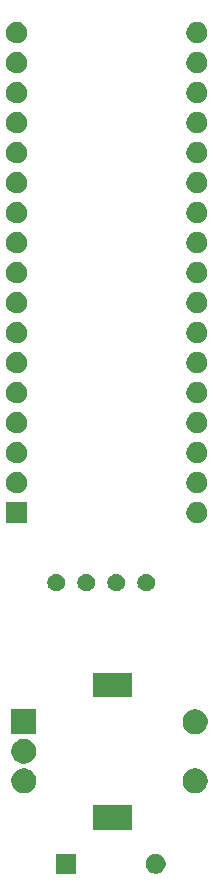
<source format=gbr>
G04 #@! TF.GenerationSoftware,KiCad,Pcbnew,(5.1.5)-3*
G04 #@! TF.CreationDate,2021-12-21T21:48:17-06:00*
G04 #@! TF.ProjectId,cuarenta,63756172-656e-4746-912e-6b696361645f,rev?*
G04 #@! TF.SameCoordinates,Original*
G04 #@! TF.FileFunction,Soldermask,Bot*
G04 #@! TF.FilePolarity,Negative*
%FSLAX46Y46*%
G04 Gerber Fmt 4.6, Leading zero omitted, Abs format (unit mm)*
G04 Created by KiCad (PCBNEW (5.1.5)-3) date 2021-12-21 21:48:17*
%MOMM*%
%LPD*%
G04 APERTURE LIST*
%ADD10C,0.150000*%
G04 APERTURE END LIST*
D10*
G36*
X275440228Y-102726453D02*
G01*
X275595100Y-102790603D01*
X275734481Y-102883735D01*
X275853015Y-103002269D01*
X275946147Y-103141650D01*
X276010297Y-103296522D01*
X276043000Y-103460934D01*
X276043000Y-103628566D01*
X276010297Y-103792978D01*
X275946147Y-103947850D01*
X275853015Y-104087231D01*
X275734481Y-104205765D01*
X275595100Y-104298897D01*
X275440228Y-104363047D01*
X275275816Y-104395750D01*
X275108184Y-104395750D01*
X274943772Y-104363047D01*
X274788900Y-104298897D01*
X274649519Y-104205765D01*
X274530985Y-104087231D01*
X274437853Y-103947850D01*
X274373703Y-103792978D01*
X274341000Y-103628566D01*
X274341000Y-103460934D01*
X274373703Y-103296522D01*
X274437853Y-103141650D01*
X274530985Y-103002269D01*
X274649519Y-102883735D01*
X274788900Y-102790603D01*
X274943772Y-102726453D01*
X275108184Y-102693750D01*
X275275816Y-102693750D01*
X275440228Y-102726453D01*
G37*
G36*
X268423000Y-104395750D02*
G01*
X266721000Y-104395750D01*
X266721000Y-102693750D01*
X268423000Y-102693750D01*
X268423000Y-104395750D01*
G37*
G36*
X273191750Y-100670750D02*
G01*
X269889750Y-100670750D01*
X269889750Y-98568750D01*
X273191750Y-98568750D01*
X273191750Y-100670750D01*
G37*
G36*
X264347314Y-95509139D02*
G01*
X264538583Y-95588365D01*
X264538585Y-95588366D01*
X264710723Y-95703385D01*
X264857115Y-95849777D01*
X264972135Y-96021917D01*
X265051361Y-96213186D01*
X265091750Y-96416234D01*
X265091750Y-96623266D01*
X265051361Y-96826314D01*
X264972135Y-97017583D01*
X264972134Y-97017585D01*
X264857115Y-97189723D01*
X264710723Y-97336115D01*
X264538585Y-97451134D01*
X264538584Y-97451135D01*
X264538583Y-97451135D01*
X264347314Y-97530361D01*
X264144266Y-97570750D01*
X263937234Y-97570750D01*
X263734186Y-97530361D01*
X263542917Y-97451135D01*
X263542916Y-97451135D01*
X263542915Y-97451134D01*
X263370777Y-97336115D01*
X263224385Y-97189723D01*
X263109366Y-97017585D01*
X263109365Y-97017583D01*
X263030139Y-96826314D01*
X262989750Y-96623266D01*
X262989750Y-96416234D01*
X263030139Y-96213186D01*
X263109365Y-96021917D01*
X263224385Y-95849777D01*
X263370777Y-95703385D01*
X263542915Y-95588366D01*
X263542917Y-95588365D01*
X263734186Y-95509139D01*
X263937234Y-95468750D01*
X264144266Y-95468750D01*
X264347314Y-95509139D01*
G37*
G36*
X278847314Y-95509139D02*
G01*
X279038583Y-95588365D01*
X279038585Y-95588366D01*
X279210723Y-95703385D01*
X279357115Y-95849777D01*
X279472135Y-96021917D01*
X279551361Y-96213186D01*
X279591750Y-96416234D01*
X279591750Y-96623266D01*
X279551361Y-96826314D01*
X279472135Y-97017583D01*
X279472134Y-97017585D01*
X279357115Y-97189723D01*
X279210723Y-97336115D01*
X279038585Y-97451134D01*
X279038584Y-97451135D01*
X279038583Y-97451135D01*
X278847314Y-97530361D01*
X278644266Y-97570750D01*
X278437234Y-97570750D01*
X278234186Y-97530361D01*
X278042917Y-97451135D01*
X278042916Y-97451135D01*
X278042915Y-97451134D01*
X277870777Y-97336115D01*
X277724385Y-97189723D01*
X277609366Y-97017585D01*
X277609365Y-97017583D01*
X277530139Y-96826314D01*
X277489750Y-96623266D01*
X277489750Y-96416234D01*
X277530139Y-96213186D01*
X277609365Y-96021917D01*
X277724385Y-95849777D01*
X277870777Y-95703385D01*
X278042915Y-95588366D01*
X278042917Y-95588365D01*
X278234186Y-95509139D01*
X278437234Y-95468750D01*
X278644266Y-95468750D01*
X278847314Y-95509139D01*
G37*
G36*
X264347314Y-93009139D02*
G01*
X264538583Y-93088365D01*
X264538585Y-93088366D01*
X264710723Y-93203385D01*
X264857115Y-93349777D01*
X264972135Y-93521917D01*
X265051361Y-93713186D01*
X265091750Y-93916234D01*
X265091750Y-94123266D01*
X265051361Y-94326314D01*
X264972135Y-94517583D01*
X264972134Y-94517585D01*
X264857115Y-94689723D01*
X264710723Y-94836115D01*
X264538585Y-94951134D01*
X264538584Y-94951135D01*
X264538583Y-94951135D01*
X264347314Y-95030361D01*
X264144266Y-95070750D01*
X263937234Y-95070750D01*
X263734186Y-95030361D01*
X263542917Y-94951135D01*
X263542916Y-94951135D01*
X263542915Y-94951134D01*
X263370777Y-94836115D01*
X263224385Y-94689723D01*
X263109366Y-94517585D01*
X263109365Y-94517583D01*
X263030139Y-94326314D01*
X262989750Y-94123266D01*
X262989750Y-93916234D01*
X263030139Y-93713186D01*
X263109365Y-93521917D01*
X263224385Y-93349777D01*
X263370777Y-93203385D01*
X263542915Y-93088366D01*
X263542917Y-93088365D01*
X263734186Y-93009139D01*
X263937234Y-92968750D01*
X264144266Y-92968750D01*
X264347314Y-93009139D01*
G37*
G36*
X278847314Y-90509139D02*
G01*
X279038583Y-90588365D01*
X279038585Y-90588366D01*
X279210723Y-90703385D01*
X279357115Y-90849777D01*
X279472135Y-91021917D01*
X279551361Y-91213186D01*
X279591750Y-91416234D01*
X279591750Y-91623266D01*
X279551361Y-91826314D01*
X279472135Y-92017583D01*
X279472134Y-92017585D01*
X279357115Y-92189723D01*
X279210723Y-92336115D01*
X279038585Y-92451134D01*
X279038584Y-92451135D01*
X279038583Y-92451135D01*
X278847314Y-92530361D01*
X278644266Y-92570750D01*
X278437234Y-92570750D01*
X278234186Y-92530361D01*
X278042917Y-92451135D01*
X278042916Y-92451135D01*
X278042915Y-92451134D01*
X277870777Y-92336115D01*
X277724385Y-92189723D01*
X277609366Y-92017585D01*
X277609365Y-92017583D01*
X277530139Y-91826314D01*
X277489750Y-91623266D01*
X277489750Y-91416234D01*
X277530139Y-91213186D01*
X277609365Y-91021917D01*
X277724385Y-90849777D01*
X277870777Y-90703385D01*
X278042915Y-90588366D01*
X278042917Y-90588365D01*
X278234186Y-90509139D01*
X278437234Y-90468750D01*
X278644266Y-90468750D01*
X278847314Y-90509139D01*
G37*
G36*
X265091750Y-92570750D02*
G01*
X262989750Y-92570750D01*
X262989750Y-90468750D01*
X265091750Y-90468750D01*
X265091750Y-92570750D01*
G37*
G36*
X273191750Y-89470750D02*
G01*
X269889750Y-89470750D01*
X269889750Y-87368750D01*
X273191750Y-87368750D01*
X273191750Y-89470750D01*
G37*
G36*
X271952675Y-78986849D02*
G01*
X272076871Y-79011552D01*
X272213272Y-79068051D01*
X272336029Y-79150075D01*
X272440425Y-79254471D01*
X272522449Y-79377228D01*
X272578948Y-79513629D01*
X272607750Y-79658431D01*
X272607750Y-79806069D01*
X272578948Y-79950871D01*
X272522449Y-80087272D01*
X272440425Y-80210029D01*
X272336029Y-80314425D01*
X272213272Y-80396449D01*
X272076871Y-80452948D01*
X271952675Y-80477651D01*
X271932070Y-80481750D01*
X271784430Y-80481750D01*
X271763825Y-80477651D01*
X271639629Y-80452948D01*
X271503228Y-80396449D01*
X271380471Y-80314425D01*
X271276075Y-80210029D01*
X271194051Y-80087272D01*
X271137552Y-79950871D01*
X271108750Y-79806069D01*
X271108750Y-79658431D01*
X271137552Y-79513629D01*
X271194051Y-79377228D01*
X271276075Y-79254471D01*
X271380471Y-79150075D01*
X271503228Y-79068051D01*
X271639629Y-79011552D01*
X271763825Y-78986849D01*
X271784430Y-78982750D01*
X271932070Y-78982750D01*
X271952675Y-78986849D01*
G37*
G36*
X274492675Y-78986849D02*
G01*
X274616871Y-79011552D01*
X274753272Y-79068051D01*
X274876029Y-79150075D01*
X274980425Y-79254471D01*
X275062449Y-79377228D01*
X275118948Y-79513629D01*
X275147750Y-79658431D01*
X275147750Y-79806069D01*
X275118948Y-79950871D01*
X275062449Y-80087272D01*
X274980425Y-80210029D01*
X274876029Y-80314425D01*
X274753272Y-80396449D01*
X274616871Y-80452948D01*
X274492675Y-80477651D01*
X274472070Y-80481750D01*
X274324430Y-80481750D01*
X274303825Y-80477651D01*
X274179629Y-80452948D01*
X274043228Y-80396449D01*
X273920471Y-80314425D01*
X273816075Y-80210029D01*
X273734051Y-80087272D01*
X273677552Y-79950871D01*
X273648750Y-79806069D01*
X273648750Y-79658431D01*
X273677552Y-79513629D01*
X273734051Y-79377228D01*
X273816075Y-79254471D01*
X273920471Y-79150075D01*
X274043228Y-79068051D01*
X274179629Y-79011552D01*
X274303825Y-78986849D01*
X274324430Y-78982750D01*
X274472070Y-78982750D01*
X274492675Y-78986849D01*
G37*
G36*
X266872675Y-78986849D02*
G01*
X266996871Y-79011552D01*
X267133272Y-79068051D01*
X267256029Y-79150075D01*
X267360425Y-79254471D01*
X267442449Y-79377228D01*
X267498948Y-79513629D01*
X267527750Y-79658431D01*
X267527750Y-79806069D01*
X267498948Y-79950871D01*
X267442449Y-80087272D01*
X267360425Y-80210029D01*
X267256029Y-80314425D01*
X267133272Y-80396449D01*
X266996871Y-80452948D01*
X266872675Y-80477651D01*
X266852070Y-80481750D01*
X266704430Y-80481750D01*
X266683825Y-80477651D01*
X266559629Y-80452948D01*
X266423228Y-80396449D01*
X266300471Y-80314425D01*
X266196075Y-80210029D01*
X266114051Y-80087272D01*
X266057552Y-79950871D01*
X266028750Y-79806069D01*
X266028750Y-79658431D01*
X266057552Y-79513629D01*
X266114051Y-79377228D01*
X266196075Y-79254471D01*
X266300471Y-79150075D01*
X266423228Y-79068051D01*
X266559629Y-79011552D01*
X266683825Y-78986849D01*
X266704430Y-78982750D01*
X266852070Y-78982750D01*
X266872675Y-78986849D01*
G37*
G36*
X269412675Y-78986849D02*
G01*
X269536871Y-79011552D01*
X269673272Y-79068051D01*
X269796029Y-79150075D01*
X269900425Y-79254471D01*
X269982449Y-79377228D01*
X270038948Y-79513629D01*
X270067750Y-79658431D01*
X270067750Y-79806069D01*
X270038948Y-79950871D01*
X269982449Y-80087272D01*
X269900425Y-80210029D01*
X269796029Y-80314425D01*
X269673272Y-80396449D01*
X269536871Y-80452948D01*
X269412675Y-80477651D01*
X269392070Y-80481750D01*
X269244430Y-80481750D01*
X269223825Y-80477651D01*
X269099629Y-80452948D01*
X268963228Y-80396449D01*
X268840471Y-80314425D01*
X268736075Y-80210029D01*
X268654051Y-80087272D01*
X268597552Y-79950871D01*
X268568750Y-79806069D01*
X268568750Y-79658431D01*
X268597552Y-79513629D01*
X268654051Y-79377228D01*
X268736075Y-79254471D01*
X268840471Y-79150075D01*
X268963228Y-79068051D01*
X269099629Y-79011552D01*
X269223825Y-78986849D01*
X269244430Y-78982750D01*
X269392070Y-78982750D01*
X269412675Y-78986849D01*
G37*
G36*
X264329500Y-74720250D02*
G01*
X262527500Y-74720250D01*
X262527500Y-72918250D01*
X264329500Y-72918250D01*
X264329500Y-74720250D01*
G37*
G36*
X278798012Y-72923177D02*
G01*
X278947312Y-72952874D01*
X279111284Y-73020794D01*
X279258854Y-73119397D01*
X279384353Y-73244896D01*
X279482956Y-73392466D01*
X279550876Y-73556438D01*
X279585500Y-73730509D01*
X279585500Y-73907991D01*
X279550876Y-74082062D01*
X279482956Y-74246034D01*
X279384353Y-74393604D01*
X279258854Y-74519103D01*
X279111284Y-74617706D01*
X278947312Y-74685626D01*
X278798012Y-74715323D01*
X278773242Y-74720250D01*
X278595758Y-74720250D01*
X278570988Y-74715323D01*
X278421688Y-74685626D01*
X278257716Y-74617706D01*
X278110146Y-74519103D01*
X277984647Y-74393604D01*
X277886044Y-74246034D01*
X277818124Y-74082062D01*
X277783500Y-73907991D01*
X277783500Y-73730509D01*
X277818124Y-73556438D01*
X277886044Y-73392466D01*
X277984647Y-73244896D01*
X278110146Y-73119397D01*
X278257716Y-73020794D01*
X278421688Y-72952874D01*
X278570988Y-72923177D01*
X278595758Y-72918250D01*
X278773242Y-72918250D01*
X278798012Y-72923177D01*
G37*
G36*
X263542012Y-70383177D02*
G01*
X263691312Y-70412874D01*
X263855284Y-70480794D01*
X264002854Y-70579397D01*
X264128353Y-70704896D01*
X264226956Y-70852466D01*
X264294876Y-71016438D01*
X264329500Y-71190509D01*
X264329500Y-71367991D01*
X264294876Y-71542062D01*
X264226956Y-71706034D01*
X264128353Y-71853604D01*
X264002854Y-71979103D01*
X263855284Y-72077706D01*
X263691312Y-72145626D01*
X263542012Y-72175323D01*
X263517242Y-72180250D01*
X263339758Y-72180250D01*
X263314988Y-72175323D01*
X263165688Y-72145626D01*
X263001716Y-72077706D01*
X262854146Y-71979103D01*
X262728647Y-71853604D01*
X262630044Y-71706034D01*
X262562124Y-71542062D01*
X262527500Y-71367991D01*
X262527500Y-71190509D01*
X262562124Y-71016438D01*
X262630044Y-70852466D01*
X262728647Y-70704896D01*
X262854146Y-70579397D01*
X263001716Y-70480794D01*
X263165688Y-70412874D01*
X263314988Y-70383177D01*
X263339758Y-70378250D01*
X263517242Y-70378250D01*
X263542012Y-70383177D01*
G37*
G36*
X278798012Y-70383177D02*
G01*
X278947312Y-70412874D01*
X279111284Y-70480794D01*
X279258854Y-70579397D01*
X279384353Y-70704896D01*
X279482956Y-70852466D01*
X279550876Y-71016438D01*
X279585500Y-71190509D01*
X279585500Y-71367991D01*
X279550876Y-71542062D01*
X279482956Y-71706034D01*
X279384353Y-71853604D01*
X279258854Y-71979103D01*
X279111284Y-72077706D01*
X278947312Y-72145626D01*
X278798012Y-72175323D01*
X278773242Y-72180250D01*
X278595758Y-72180250D01*
X278570988Y-72175323D01*
X278421688Y-72145626D01*
X278257716Y-72077706D01*
X278110146Y-71979103D01*
X277984647Y-71853604D01*
X277886044Y-71706034D01*
X277818124Y-71542062D01*
X277783500Y-71367991D01*
X277783500Y-71190509D01*
X277818124Y-71016438D01*
X277886044Y-70852466D01*
X277984647Y-70704896D01*
X278110146Y-70579397D01*
X278257716Y-70480794D01*
X278421688Y-70412874D01*
X278570988Y-70383177D01*
X278595758Y-70378250D01*
X278773242Y-70378250D01*
X278798012Y-70383177D01*
G37*
G36*
X278798012Y-67843177D02*
G01*
X278947312Y-67872874D01*
X279111284Y-67940794D01*
X279258854Y-68039397D01*
X279384353Y-68164896D01*
X279482956Y-68312466D01*
X279550876Y-68476438D01*
X279585500Y-68650509D01*
X279585500Y-68827991D01*
X279550876Y-69002062D01*
X279482956Y-69166034D01*
X279384353Y-69313604D01*
X279258854Y-69439103D01*
X279111284Y-69537706D01*
X278947312Y-69605626D01*
X278798012Y-69635323D01*
X278773242Y-69640250D01*
X278595758Y-69640250D01*
X278570988Y-69635323D01*
X278421688Y-69605626D01*
X278257716Y-69537706D01*
X278110146Y-69439103D01*
X277984647Y-69313604D01*
X277886044Y-69166034D01*
X277818124Y-69002062D01*
X277783500Y-68827991D01*
X277783500Y-68650509D01*
X277818124Y-68476438D01*
X277886044Y-68312466D01*
X277984647Y-68164896D01*
X278110146Y-68039397D01*
X278257716Y-67940794D01*
X278421688Y-67872874D01*
X278570988Y-67843177D01*
X278595758Y-67838250D01*
X278773242Y-67838250D01*
X278798012Y-67843177D01*
G37*
G36*
X263542012Y-67843177D02*
G01*
X263691312Y-67872874D01*
X263855284Y-67940794D01*
X264002854Y-68039397D01*
X264128353Y-68164896D01*
X264226956Y-68312466D01*
X264294876Y-68476438D01*
X264329500Y-68650509D01*
X264329500Y-68827991D01*
X264294876Y-69002062D01*
X264226956Y-69166034D01*
X264128353Y-69313604D01*
X264002854Y-69439103D01*
X263855284Y-69537706D01*
X263691312Y-69605626D01*
X263542012Y-69635323D01*
X263517242Y-69640250D01*
X263339758Y-69640250D01*
X263314988Y-69635323D01*
X263165688Y-69605626D01*
X263001716Y-69537706D01*
X262854146Y-69439103D01*
X262728647Y-69313604D01*
X262630044Y-69166034D01*
X262562124Y-69002062D01*
X262527500Y-68827991D01*
X262527500Y-68650509D01*
X262562124Y-68476438D01*
X262630044Y-68312466D01*
X262728647Y-68164896D01*
X262854146Y-68039397D01*
X263001716Y-67940794D01*
X263165688Y-67872874D01*
X263314988Y-67843177D01*
X263339758Y-67838250D01*
X263517242Y-67838250D01*
X263542012Y-67843177D01*
G37*
G36*
X278798012Y-65303177D02*
G01*
X278947312Y-65332874D01*
X279111284Y-65400794D01*
X279258854Y-65499397D01*
X279384353Y-65624896D01*
X279482956Y-65772466D01*
X279550876Y-65936438D01*
X279585500Y-66110509D01*
X279585500Y-66287991D01*
X279550876Y-66462062D01*
X279482956Y-66626034D01*
X279384353Y-66773604D01*
X279258854Y-66899103D01*
X279111284Y-66997706D01*
X278947312Y-67065626D01*
X278798012Y-67095323D01*
X278773242Y-67100250D01*
X278595758Y-67100250D01*
X278570988Y-67095323D01*
X278421688Y-67065626D01*
X278257716Y-66997706D01*
X278110146Y-66899103D01*
X277984647Y-66773604D01*
X277886044Y-66626034D01*
X277818124Y-66462062D01*
X277783500Y-66287991D01*
X277783500Y-66110509D01*
X277818124Y-65936438D01*
X277886044Y-65772466D01*
X277984647Y-65624896D01*
X278110146Y-65499397D01*
X278257716Y-65400794D01*
X278421688Y-65332874D01*
X278570988Y-65303177D01*
X278595758Y-65298250D01*
X278773242Y-65298250D01*
X278798012Y-65303177D01*
G37*
G36*
X263542012Y-65303177D02*
G01*
X263691312Y-65332874D01*
X263855284Y-65400794D01*
X264002854Y-65499397D01*
X264128353Y-65624896D01*
X264226956Y-65772466D01*
X264294876Y-65936438D01*
X264329500Y-66110509D01*
X264329500Y-66287991D01*
X264294876Y-66462062D01*
X264226956Y-66626034D01*
X264128353Y-66773604D01*
X264002854Y-66899103D01*
X263855284Y-66997706D01*
X263691312Y-67065626D01*
X263542012Y-67095323D01*
X263517242Y-67100250D01*
X263339758Y-67100250D01*
X263314988Y-67095323D01*
X263165688Y-67065626D01*
X263001716Y-66997706D01*
X262854146Y-66899103D01*
X262728647Y-66773604D01*
X262630044Y-66626034D01*
X262562124Y-66462062D01*
X262527500Y-66287991D01*
X262527500Y-66110509D01*
X262562124Y-65936438D01*
X262630044Y-65772466D01*
X262728647Y-65624896D01*
X262854146Y-65499397D01*
X263001716Y-65400794D01*
X263165688Y-65332874D01*
X263314988Y-65303177D01*
X263339758Y-65298250D01*
X263517242Y-65298250D01*
X263542012Y-65303177D01*
G37*
G36*
X278798012Y-62763177D02*
G01*
X278947312Y-62792874D01*
X279111284Y-62860794D01*
X279258854Y-62959397D01*
X279384353Y-63084896D01*
X279482956Y-63232466D01*
X279550876Y-63396438D01*
X279585500Y-63570509D01*
X279585500Y-63747991D01*
X279550876Y-63922062D01*
X279482956Y-64086034D01*
X279384353Y-64233604D01*
X279258854Y-64359103D01*
X279111284Y-64457706D01*
X278947312Y-64525626D01*
X278798012Y-64555323D01*
X278773242Y-64560250D01*
X278595758Y-64560250D01*
X278570988Y-64555323D01*
X278421688Y-64525626D01*
X278257716Y-64457706D01*
X278110146Y-64359103D01*
X277984647Y-64233604D01*
X277886044Y-64086034D01*
X277818124Y-63922062D01*
X277783500Y-63747991D01*
X277783500Y-63570509D01*
X277818124Y-63396438D01*
X277886044Y-63232466D01*
X277984647Y-63084896D01*
X278110146Y-62959397D01*
X278257716Y-62860794D01*
X278421688Y-62792874D01*
X278570988Y-62763177D01*
X278595758Y-62758250D01*
X278773242Y-62758250D01*
X278798012Y-62763177D01*
G37*
G36*
X263542012Y-62763177D02*
G01*
X263691312Y-62792874D01*
X263855284Y-62860794D01*
X264002854Y-62959397D01*
X264128353Y-63084896D01*
X264226956Y-63232466D01*
X264294876Y-63396438D01*
X264329500Y-63570509D01*
X264329500Y-63747991D01*
X264294876Y-63922062D01*
X264226956Y-64086034D01*
X264128353Y-64233604D01*
X264002854Y-64359103D01*
X263855284Y-64457706D01*
X263691312Y-64525626D01*
X263542012Y-64555323D01*
X263517242Y-64560250D01*
X263339758Y-64560250D01*
X263314988Y-64555323D01*
X263165688Y-64525626D01*
X263001716Y-64457706D01*
X262854146Y-64359103D01*
X262728647Y-64233604D01*
X262630044Y-64086034D01*
X262562124Y-63922062D01*
X262527500Y-63747991D01*
X262527500Y-63570509D01*
X262562124Y-63396438D01*
X262630044Y-63232466D01*
X262728647Y-63084896D01*
X262854146Y-62959397D01*
X263001716Y-62860794D01*
X263165688Y-62792874D01*
X263314988Y-62763177D01*
X263339758Y-62758250D01*
X263517242Y-62758250D01*
X263542012Y-62763177D01*
G37*
G36*
X263542012Y-60223177D02*
G01*
X263691312Y-60252874D01*
X263855284Y-60320794D01*
X264002854Y-60419397D01*
X264128353Y-60544896D01*
X264226956Y-60692466D01*
X264294876Y-60856438D01*
X264329500Y-61030509D01*
X264329500Y-61207991D01*
X264294876Y-61382062D01*
X264226956Y-61546034D01*
X264128353Y-61693604D01*
X264002854Y-61819103D01*
X263855284Y-61917706D01*
X263691312Y-61985626D01*
X263542012Y-62015323D01*
X263517242Y-62020250D01*
X263339758Y-62020250D01*
X263314988Y-62015323D01*
X263165688Y-61985626D01*
X263001716Y-61917706D01*
X262854146Y-61819103D01*
X262728647Y-61693604D01*
X262630044Y-61546034D01*
X262562124Y-61382062D01*
X262527500Y-61207991D01*
X262527500Y-61030509D01*
X262562124Y-60856438D01*
X262630044Y-60692466D01*
X262728647Y-60544896D01*
X262854146Y-60419397D01*
X263001716Y-60320794D01*
X263165688Y-60252874D01*
X263314988Y-60223177D01*
X263339758Y-60218250D01*
X263517242Y-60218250D01*
X263542012Y-60223177D01*
G37*
G36*
X278798012Y-60223177D02*
G01*
X278947312Y-60252874D01*
X279111284Y-60320794D01*
X279258854Y-60419397D01*
X279384353Y-60544896D01*
X279482956Y-60692466D01*
X279550876Y-60856438D01*
X279585500Y-61030509D01*
X279585500Y-61207991D01*
X279550876Y-61382062D01*
X279482956Y-61546034D01*
X279384353Y-61693604D01*
X279258854Y-61819103D01*
X279111284Y-61917706D01*
X278947312Y-61985626D01*
X278798012Y-62015323D01*
X278773242Y-62020250D01*
X278595758Y-62020250D01*
X278570988Y-62015323D01*
X278421688Y-61985626D01*
X278257716Y-61917706D01*
X278110146Y-61819103D01*
X277984647Y-61693604D01*
X277886044Y-61546034D01*
X277818124Y-61382062D01*
X277783500Y-61207991D01*
X277783500Y-61030509D01*
X277818124Y-60856438D01*
X277886044Y-60692466D01*
X277984647Y-60544896D01*
X278110146Y-60419397D01*
X278257716Y-60320794D01*
X278421688Y-60252874D01*
X278570988Y-60223177D01*
X278595758Y-60218250D01*
X278773242Y-60218250D01*
X278798012Y-60223177D01*
G37*
G36*
X263542012Y-57683177D02*
G01*
X263691312Y-57712874D01*
X263855284Y-57780794D01*
X264002854Y-57879397D01*
X264128353Y-58004896D01*
X264226956Y-58152466D01*
X264294876Y-58316438D01*
X264329500Y-58490509D01*
X264329500Y-58667991D01*
X264294876Y-58842062D01*
X264226956Y-59006034D01*
X264128353Y-59153604D01*
X264002854Y-59279103D01*
X263855284Y-59377706D01*
X263691312Y-59445626D01*
X263542012Y-59475323D01*
X263517242Y-59480250D01*
X263339758Y-59480250D01*
X263314988Y-59475323D01*
X263165688Y-59445626D01*
X263001716Y-59377706D01*
X262854146Y-59279103D01*
X262728647Y-59153604D01*
X262630044Y-59006034D01*
X262562124Y-58842062D01*
X262527500Y-58667991D01*
X262527500Y-58490509D01*
X262562124Y-58316438D01*
X262630044Y-58152466D01*
X262728647Y-58004896D01*
X262854146Y-57879397D01*
X263001716Y-57780794D01*
X263165688Y-57712874D01*
X263314988Y-57683177D01*
X263339758Y-57678250D01*
X263517242Y-57678250D01*
X263542012Y-57683177D01*
G37*
G36*
X278798012Y-57683177D02*
G01*
X278947312Y-57712874D01*
X279111284Y-57780794D01*
X279258854Y-57879397D01*
X279384353Y-58004896D01*
X279482956Y-58152466D01*
X279550876Y-58316438D01*
X279585500Y-58490509D01*
X279585500Y-58667991D01*
X279550876Y-58842062D01*
X279482956Y-59006034D01*
X279384353Y-59153604D01*
X279258854Y-59279103D01*
X279111284Y-59377706D01*
X278947312Y-59445626D01*
X278798012Y-59475323D01*
X278773242Y-59480250D01*
X278595758Y-59480250D01*
X278570988Y-59475323D01*
X278421688Y-59445626D01*
X278257716Y-59377706D01*
X278110146Y-59279103D01*
X277984647Y-59153604D01*
X277886044Y-59006034D01*
X277818124Y-58842062D01*
X277783500Y-58667991D01*
X277783500Y-58490509D01*
X277818124Y-58316438D01*
X277886044Y-58152466D01*
X277984647Y-58004896D01*
X278110146Y-57879397D01*
X278257716Y-57780794D01*
X278421688Y-57712874D01*
X278570988Y-57683177D01*
X278595758Y-57678250D01*
X278773242Y-57678250D01*
X278798012Y-57683177D01*
G37*
G36*
X263542012Y-55143177D02*
G01*
X263691312Y-55172874D01*
X263855284Y-55240794D01*
X264002854Y-55339397D01*
X264128353Y-55464896D01*
X264226956Y-55612466D01*
X264294876Y-55776438D01*
X264329500Y-55950509D01*
X264329500Y-56127991D01*
X264294876Y-56302062D01*
X264226956Y-56466034D01*
X264128353Y-56613604D01*
X264002854Y-56739103D01*
X263855284Y-56837706D01*
X263691312Y-56905626D01*
X263542012Y-56935323D01*
X263517242Y-56940250D01*
X263339758Y-56940250D01*
X263314988Y-56935323D01*
X263165688Y-56905626D01*
X263001716Y-56837706D01*
X262854146Y-56739103D01*
X262728647Y-56613604D01*
X262630044Y-56466034D01*
X262562124Y-56302062D01*
X262527500Y-56127991D01*
X262527500Y-55950509D01*
X262562124Y-55776438D01*
X262630044Y-55612466D01*
X262728647Y-55464896D01*
X262854146Y-55339397D01*
X263001716Y-55240794D01*
X263165688Y-55172874D01*
X263314988Y-55143177D01*
X263339758Y-55138250D01*
X263517242Y-55138250D01*
X263542012Y-55143177D01*
G37*
G36*
X278798012Y-55143177D02*
G01*
X278947312Y-55172874D01*
X279111284Y-55240794D01*
X279258854Y-55339397D01*
X279384353Y-55464896D01*
X279482956Y-55612466D01*
X279550876Y-55776438D01*
X279585500Y-55950509D01*
X279585500Y-56127991D01*
X279550876Y-56302062D01*
X279482956Y-56466034D01*
X279384353Y-56613604D01*
X279258854Y-56739103D01*
X279111284Y-56837706D01*
X278947312Y-56905626D01*
X278798012Y-56935323D01*
X278773242Y-56940250D01*
X278595758Y-56940250D01*
X278570988Y-56935323D01*
X278421688Y-56905626D01*
X278257716Y-56837706D01*
X278110146Y-56739103D01*
X277984647Y-56613604D01*
X277886044Y-56466034D01*
X277818124Y-56302062D01*
X277783500Y-56127991D01*
X277783500Y-55950509D01*
X277818124Y-55776438D01*
X277886044Y-55612466D01*
X277984647Y-55464896D01*
X278110146Y-55339397D01*
X278257716Y-55240794D01*
X278421688Y-55172874D01*
X278570988Y-55143177D01*
X278595758Y-55138250D01*
X278773242Y-55138250D01*
X278798012Y-55143177D01*
G37*
G36*
X263542012Y-52603177D02*
G01*
X263691312Y-52632874D01*
X263855284Y-52700794D01*
X264002854Y-52799397D01*
X264128353Y-52924896D01*
X264226956Y-53072466D01*
X264294876Y-53236438D01*
X264329500Y-53410509D01*
X264329500Y-53587991D01*
X264294876Y-53762062D01*
X264226956Y-53926034D01*
X264128353Y-54073604D01*
X264002854Y-54199103D01*
X263855284Y-54297706D01*
X263691312Y-54365626D01*
X263542012Y-54395323D01*
X263517242Y-54400250D01*
X263339758Y-54400250D01*
X263314988Y-54395323D01*
X263165688Y-54365626D01*
X263001716Y-54297706D01*
X262854146Y-54199103D01*
X262728647Y-54073604D01*
X262630044Y-53926034D01*
X262562124Y-53762062D01*
X262527500Y-53587991D01*
X262527500Y-53410509D01*
X262562124Y-53236438D01*
X262630044Y-53072466D01*
X262728647Y-52924896D01*
X262854146Y-52799397D01*
X263001716Y-52700794D01*
X263165688Y-52632874D01*
X263314988Y-52603177D01*
X263339758Y-52598250D01*
X263517242Y-52598250D01*
X263542012Y-52603177D01*
G37*
G36*
X278798012Y-52603177D02*
G01*
X278947312Y-52632874D01*
X279111284Y-52700794D01*
X279258854Y-52799397D01*
X279384353Y-52924896D01*
X279482956Y-53072466D01*
X279550876Y-53236438D01*
X279585500Y-53410509D01*
X279585500Y-53587991D01*
X279550876Y-53762062D01*
X279482956Y-53926034D01*
X279384353Y-54073604D01*
X279258854Y-54199103D01*
X279111284Y-54297706D01*
X278947312Y-54365626D01*
X278798012Y-54395323D01*
X278773242Y-54400250D01*
X278595758Y-54400250D01*
X278570988Y-54395323D01*
X278421688Y-54365626D01*
X278257716Y-54297706D01*
X278110146Y-54199103D01*
X277984647Y-54073604D01*
X277886044Y-53926034D01*
X277818124Y-53762062D01*
X277783500Y-53587991D01*
X277783500Y-53410509D01*
X277818124Y-53236438D01*
X277886044Y-53072466D01*
X277984647Y-52924896D01*
X278110146Y-52799397D01*
X278257716Y-52700794D01*
X278421688Y-52632874D01*
X278570988Y-52603177D01*
X278595758Y-52598250D01*
X278773242Y-52598250D01*
X278798012Y-52603177D01*
G37*
G36*
X263542012Y-50063177D02*
G01*
X263691312Y-50092874D01*
X263855284Y-50160794D01*
X264002854Y-50259397D01*
X264128353Y-50384896D01*
X264226956Y-50532466D01*
X264294876Y-50696438D01*
X264329500Y-50870509D01*
X264329500Y-51047991D01*
X264294876Y-51222062D01*
X264226956Y-51386034D01*
X264128353Y-51533604D01*
X264002854Y-51659103D01*
X263855284Y-51757706D01*
X263691312Y-51825626D01*
X263542012Y-51855323D01*
X263517242Y-51860250D01*
X263339758Y-51860250D01*
X263314988Y-51855323D01*
X263165688Y-51825626D01*
X263001716Y-51757706D01*
X262854146Y-51659103D01*
X262728647Y-51533604D01*
X262630044Y-51386034D01*
X262562124Y-51222062D01*
X262527500Y-51047991D01*
X262527500Y-50870509D01*
X262562124Y-50696438D01*
X262630044Y-50532466D01*
X262728647Y-50384896D01*
X262854146Y-50259397D01*
X263001716Y-50160794D01*
X263165688Y-50092874D01*
X263314988Y-50063177D01*
X263339758Y-50058250D01*
X263517242Y-50058250D01*
X263542012Y-50063177D01*
G37*
G36*
X278798012Y-50063177D02*
G01*
X278947312Y-50092874D01*
X279111284Y-50160794D01*
X279258854Y-50259397D01*
X279384353Y-50384896D01*
X279482956Y-50532466D01*
X279550876Y-50696438D01*
X279585500Y-50870509D01*
X279585500Y-51047991D01*
X279550876Y-51222062D01*
X279482956Y-51386034D01*
X279384353Y-51533604D01*
X279258854Y-51659103D01*
X279111284Y-51757706D01*
X278947312Y-51825626D01*
X278798012Y-51855323D01*
X278773242Y-51860250D01*
X278595758Y-51860250D01*
X278570988Y-51855323D01*
X278421688Y-51825626D01*
X278257716Y-51757706D01*
X278110146Y-51659103D01*
X277984647Y-51533604D01*
X277886044Y-51386034D01*
X277818124Y-51222062D01*
X277783500Y-51047991D01*
X277783500Y-50870509D01*
X277818124Y-50696438D01*
X277886044Y-50532466D01*
X277984647Y-50384896D01*
X278110146Y-50259397D01*
X278257716Y-50160794D01*
X278421688Y-50092874D01*
X278570988Y-50063177D01*
X278595758Y-50058250D01*
X278773242Y-50058250D01*
X278798012Y-50063177D01*
G37*
G36*
X263542012Y-47523177D02*
G01*
X263691312Y-47552874D01*
X263855284Y-47620794D01*
X264002854Y-47719397D01*
X264128353Y-47844896D01*
X264226956Y-47992466D01*
X264294876Y-48156438D01*
X264329500Y-48330509D01*
X264329500Y-48507991D01*
X264294876Y-48682062D01*
X264226956Y-48846034D01*
X264128353Y-48993604D01*
X264002854Y-49119103D01*
X263855284Y-49217706D01*
X263691312Y-49285626D01*
X263542012Y-49315323D01*
X263517242Y-49320250D01*
X263339758Y-49320250D01*
X263314988Y-49315323D01*
X263165688Y-49285626D01*
X263001716Y-49217706D01*
X262854146Y-49119103D01*
X262728647Y-48993604D01*
X262630044Y-48846034D01*
X262562124Y-48682062D01*
X262527500Y-48507991D01*
X262527500Y-48330509D01*
X262562124Y-48156438D01*
X262630044Y-47992466D01*
X262728647Y-47844896D01*
X262854146Y-47719397D01*
X263001716Y-47620794D01*
X263165688Y-47552874D01*
X263314988Y-47523177D01*
X263339758Y-47518250D01*
X263517242Y-47518250D01*
X263542012Y-47523177D01*
G37*
G36*
X278798012Y-47523177D02*
G01*
X278947312Y-47552874D01*
X279111284Y-47620794D01*
X279258854Y-47719397D01*
X279384353Y-47844896D01*
X279482956Y-47992466D01*
X279550876Y-48156438D01*
X279585500Y-48330509D01*
X279585500Y-48507991D01*
X279550876Y-48682062D01*
X279482956Y-48846034D01*
X279384353Y-48993604D01*
X279258854Y-49119103D01*
X279111284Y-49217706D01*
X278947312Y-49285626D01*
X278798012Y-49315323D01*
X278773242Y-49320250D01*
X278595758Y-49320250D01*
X278570988Y-49315323D01*
X278421688Y-49285626D01*
X278257716Y-49217706D01*
X278110146Y-49119103D01*
X277984647Y-48993604D01*
X277886044Y-48846034D01*
X277818124Y-48682062D01*
X277783500Y-48507991D01*
X277783500Y-48330509D01*
X277818124Y-48156438D01*
X277886044Y-47992466D01*
X277984647Y-47844896D01*
X278110146Y-47719397D01*
X278257716Y-47620794D01*
X278421688Y-47552874D01*
X278570988Y-47523177D01*
X278595758Y-47518250D01*
X278773242Y-47518250D01*
X278798012Y-47523177D01*
G37*
G36*
X278798012Y-44983177D02*
G01*
X278947312Y-45012874D01*
X279111284Y-45080794D01*
X279258854Y-45179397D01*
X279384353Y-45304896D01*
X279482956Y-45452466D01*
X279550876Y-45616438D01*
X279585500Y-45790509D01*
X279585500Y-45967991D01*
X279550876Y-46142062D01*
X279482956Y-46306034D01*
X279384353Y-46453604D01*
X279258854Y-46579103D01*
X279111284Y-46677706D01*
X278947312Y-46745626D01*
X278798012Y-46775323D01*
X278773242Y-46780250D01*
X278595758Y-46780250D01*
X278570988Y-46775323D01*
X278421688Y-46745626D01*
X278257716Y-46677706D01*
X278110146Y-46579103D01*
X277984647Y-46453604D01*
X277886044Y-46306034D01*
X277818124Y-46142062D01*
X277783500Y-45967991D01*
X277783500Y-45790509D01*
X277818124Y-45616438D01*
X277886044Y-45452466D01*
X277984647Y-45304896D01*
X278110146Y-45179397D01*
X278257716Y-45080794D01*
X278421688Y-45012874D01*
X278570988Y-44983177D01*
X278595758Y-44978250D01*
X278773242Y-44978250D01*
X278798012Y-44983177D01*
G37*
G36*
X263542012Y-44983177D02*
G01*
X263691312Y-45012874D01*
X263855284Y-45080794D01*
X264002854Y-45179397D01*
X264128353Y-45304896D01*
X264226956Y-45452466D01*
X264294876Y-45616438D01*
X264329500Y-45790509D01*
X264329500Y-45967991D01*
X264294876Y-46142062D01*
X264226956Y-46306034D01*
X264128353Y-46453604D01*
X264002854Y-46579103D01*
X263855284Y-46677706D01*
X263691312Y-46745626D01*
X263542012Y-46775323D01*
X263517242Y-46780250D01*
X263339758Y-46780250D01*
X263314988Y-46775323D01*
X263165688Y-46745626D01*
X263001716Y-46677706D01*
X262854146Y-46579103D01*
X262728647Y-46453604D01*
X262630044Y-46306034D01*
X262562124Y-46142062D01*
X262527500Y-45967991D01*
X262527500Y-45790509D01*
X262562124Y-45616438D01*
X262630044Y-45452466D01*
X262728647Y-45304896D01*
X262854146Y-45179397D01*
X263001716Y-45080794D01*
X263165688Y-45012874D01*
X263314988Y-44983177D01*
X263339758Y-44978250D01*
X263517242Y-44978250D01*
X263542012Y-44983177D01*
G37*
G36*
X278798012Y-42443177D02*
G01*
X278947312Y-42472874D01*
X279111284Y-42540794D01*
X279258854Y-42639397D01*
X279384353Y-42764896D01*
X279482956Y-42912466D01*
X279550876Y-43076438D01*
X279585500Y-43250509D01*
X279585500Y-43427991D01*
X279550876Y-43602062D01*
X279482956Y-43766034D01*
X279384353Y-43913604D01*
X279258854Y-44039103D01*
X279111284Y-44137706D01*
X278947312Y-44205626D01*
X278798012Y-44235323D01*
X278773242Y-44240250D01*
X278595758Y-44240250D01*
X278570988Y-44235323D01*
X278421688Y-44205626D01*
X278257716Y-44137706D01*
X278110146Y-44039103D01*
X277984647Y-43913604D01*
X277886044Y-43766034D01*
X277818124Y-43602062D01*
X277783500Y-43427991D01*
X277783500Y-43250509D01*
X277818124Y-43076438D01*
X277886044Y-42912466D01*
X277984647Y-42764896D01*
X278110146Y-42639397D01*
X278257716Y-42540794D01*
X278421688Y-42472874D01*
X278570988Y-42443177D01*
X278595758Y-42438250D01*
X278773242Y-42438250D01*
X278798012Y-42443177D01*
G37*
G36*
X263542012Y-42443177D02*
G01*
X263691312Y-42472874D01*
X263855284Y-42540794D01*
X264002854Y-42639397D01*
X264128353Y-42764896D01*
X264226956Y-42912466D01*
X264294876Y-43076438D01*
X264329500Y-43250509D01*
X264329500Y-43427991D01*
X264294876Y-43602062D01*
X264226956Y-43766034D01*
X264128353Y-43913604D01*
X264002854Y-44039103D01*
X263855284Y-44137706D01*
X263691312Y-44205626D01*
X263542012Y-44235323D01*
X263517242Y-44240250D01*
X263339758Y-44240250D01*
X263314988Y-44235323D01*
X263165688Y-44205626D01*
X263001716Y-44137706D01*
X262854146Y-44039103D01*
X262728647Y-43913604D01*
X262630044Y-43766034D01*
X262562124Y-43602062D01*
X262527500Y-43427991D01*
X262527500Y-43250509D01*
X262562124Y-43076438D01*
X262630044Y-42912466D01*
X262728647Y-42764896D01*
X262854146Y-42639397D01*
X263001716Y-42540794D01*
X263165688Y-42472874D01*
X263314988Y-42443177D01*
X263339758Y-42438250D01*
X263517242Y-42438250D01*
X263542012Y-42443177D01*
G37*
G36*
X278798012Y-39903177D02*
G01*
X278947312Y-39932874D01*
X279111284Y-40000794D01*
X279258854Y-40099397D01*
X279384353Y-40224896D01*
X279482956Y-40372466D01*
X279550876Y-40536438D01*
X279585500Y-40710509D01*
X279585500Y-40887991D01*
X279550876Y-41062062D01*
X279482956Y-41226034D01*
X279384353Y-41373604D01*
X279258854Y-41499103D01*
X279111284Y-41597706D01*
X278947312Y-41665626D01*
X278798012Y-41695323D01*
X278773242Y-41700250D01*
X278595758Y-41700250D01*
X278570988Y-41695323D01*
X278421688Y-41665626D01*
X278257716Y-41597706D01*
X278110146Y-41499103D01*
X277984647Y-41373604D01*
X277886044Y-41226034D01*
X277818124Y-41062062D01*
X277783500Y-40887991D01*
X277783500Y-40710509D01*
X277818124Y-40536438D01*
X277886044Y-40372466D01*
X277984647Y-40224896D01*
X278110146Y-40099397D01*
X278257716Y-40000794D01*
X278421688Y-39932874D01*
X278570988Y-39903177D01*
X278595758Y-39898250D01*
X278773242Y-39898250D01*
X278798012Y-39903177D01*
G37*
G36*
X263542012Y-39903177D02*
G01*
X263691312Y-39932874D01*
X263855284Y-40000794D01*
X264002854Y-40099397D01*
X264128353Y-40224896D01*
X264226956Y-40372466D01*
X264294876Y-40536438D01*
X264329500Y-40710509D01*
X264329500Y-40887991D01*
X264294876Y-41062062D01*
X264226956Y-41226034D01*
X264128353Y-41373604D01*
X264002854Y-41499103D01*
X263855284Y-41597706D01*
X263691312Y-41665626D01*
X263542012Y-41695323D01*
X263517242Y-41700250D01*
X263339758Y-41700250D01*
X263314988Y-41695323D01*
X263165688Y-41665626D01*
X263001716Y-41597706D01*
X262854146Y-41499103D01*
X262728647Y-41373604D01*
X262630044Y-41226034D01*
X262562124Y-41062062D01*
X262527500Y-40887991D01*
X262527500Y-40710509D01*
X262562124Y-40536438D01*
X262630044Y-40372466D01*
X262728647Y-40224896D01*
X262854146Y-40099397D01*
X263001716Y-40000794D01*
X263165688Y-39932874D01*
X263314988Y-39903177D01*
X263339758Y-39898250D01*
X263517242Y-39898250D01*
X263542012Y-39903177D01*
G37*
G36*
X278798012Y-37363177D02*
G01*
X278947312Y-37392874D01*
X279111284Y-37460794D01*
X279258854Y-37559397D01*
X279384353Y-37684896D01*
X279482956Y-37832466D01*
X279550876Y-37996438D01*
X279585500Y-38170509D01*
X279585500Y-38347991D01*
X279550876Y-38522062D01*
X279482956Y-38686034D01*
X279384353Y-38833604D01*
X279258854Y-38959103D01*
X279111284Y-39057706D01*
X278947312Y-39125626D01*
X278798012Y-39155323D01*
X278773242Y-39160250D01*
X278595758Y-39160250D01*
X278570988Y-39155323D01*
X278421688Y-39125626D01*
X278257716Y-39057706D01*
X278110146Y-38959103D01*
X277984647Y-38833604D01*
X277886044Y-38686034D01*
X277818124Y-38522062D01*
X277783500Y-38347991D01*
X277783500Y-38170509D01*
X277818124Y-37996438D01*
X277886044Y-37832466D01*
X277984647Y-37684896D01*
X278110146Y-37559397D01*
X278257716Y-37460794D01*
X278421688Y-37392874D01*
X278570988Y-37363177D01*
X278595758Y-37358250D01*
X278773242Y-37358250D01*
X278798012Y-37363177D01*
G37*
G36*
X263542012Y-37363177D02*
G01*
X263691312Y-37392874D01*
X263855284Y-37460794D01*
X264002854Y-37559397D01*
X264128353Y-37684896D01*
X264226956Y-37832466D01*
X264294876Y-37996438D01*
X264329500Y-38170509D01*
X264329500Y-38347991D01*
X264294876Y-38522062D01*
X264226956Y-38686034D01*
X264128353Y-38833604D01*
X264002854Y-38959103D01*
X263855284Y-39057706D01*
X263691312Y-39125626D01*
X263542012Y-39155323D01*
X263517242Y-39160250D01*
X263339758Y-39160250D01*
X263314988Y-39155323D01*
X263165688Y-39125626D01*
X263001716Y-39057706D01*
X262854146Y-38959103D01*
X262728647Y-38833604D01*
X262630044Y-38686034D01*
X262562124Y-38522062D01*
X262527500Y-38347991D01*
X262527500Y-38170509D01*
X262562124Y-37996438D01*
X262630044Y-37832466D01*
X262728647Y-37684896D01*
X262854146Y-37559397D01*
X263001716Y-37460794D01*
X263165688Y-37392874D01*
X263314988Y-37363177D01*
X263339758Y-37358250D01*
X263517242Y-37358250D01*
X263542012Y-37363177D01*
G37*
G36*
X263542012Y-34823177D02*
G01*
X263691312Y-34852874D01*
X263855284Y-34920794D01*
X264002854Y-35019397D01*
X264128353Y-35144896D01*
X264226956Y-35292466D01*
X264294876Y-35456438D01*
X264329500Y-35630509D01*
X264329500Y-35807991D01*
X264294876Y-35982062D01*
X264226956Y-36146034D01*
X264128353Y-36293604D01*
X264002854Y-36419103D01*
X263855284Y-36517706D01*
X263691312Y-36585626D01*
X263542012Y-36615323D01*
X263517242Y-36620250D01*
X263339758Y-36620250D01*
X263314988Y-36615323D01*
X263165688Y-36585626D01*
X263001716Y-36517706D01*
X262854146Y-36419103D01*
X262728647Y-36293604D01*
X262630044Y-36146034D01*
X262562124Y-35982062D01*
X262527500Y-35807991D01*
X262527500Y-35630509D01*
X262562124Y-35456438D01*
X262630044Y-35292466D01*
X262728647Y-35144896D01*
X262854146Y-35019397D01*
X263001716Y-34920794D01*
X263165688Y-34852874D01*
X263314988Y-34823177D01*
X263339758Y-34818250D01*
X263517242Y-34818250D01*
X263542012Y-34823177D01*
G37*
G36*
X278798012Y-34823177D02*
G01*
X278947312Y-34852874D01*
X279111284Y-34920794D01*
X279258854Y-35019397D01*
X279384353Y-35144896D01*
X279482956Y-35292466D01*
X279550876Y-35456438D01*
X279585500Y-35630509D01*
X279585500Y-35807991D01*
X279550876Y-35982062D01*
X279482956Y-36146034D01*
X279384353Y-36293604D01*
X279258854Y-36419103D01*
X279111284Y-36517706D01*
X278947312Y-36585626D01*
X278798012Y-36615323D01*
X278773242Y-36620250D01*
X278595758Y-36620250D01*
X278570988Y-36615323D01*
X278421688Y-36585626D01*
X278257716Y-36517706D01*
X278110146Y-36419103D01*
X277984647Y-36293604D01*
X277886044Y-36146034D01*
X277818124Y-35982062D01*
X277783500Y-35807991D01*
X277783500Y-35630509D01*
X277818124Y-35456438D01*
X277886044Y-35292466D01*
X277984647Y-35144896D01*
X278110146Y-35019397D01*
X278257716Y-34920794D01*
X278421688Y-34852874D01*
X278570988Y-34823177D01*
X278595758Y-34818250D01*
X278773242Y-34818250D01*
X278798012Y-34823177D01*
G37*
G36*
X263542012Y-32283177D02*
G01*
X263691312Y-32312874D01*
X263855284Y-32380794D01*
X264002854Y-32479397D01*
X264128353Y-32604896D01*
X264226956Y-32752466D01*
X264294876Y-32916438D01*
X264329500Y-33090509D01*
X264329500Y-33267991D01*
X264294876Y-33442062D01*
X264226956Y-33606034D01*
X264128353Y-33753604D01*
X264002854Y-33879103D01*
X263855284Y-33977706D01*
X263691312Y-34045626D01*
X263542012Y-34075323D01*
X263517242Y-34080250D01*
X263339758Y-34080250D01*
X263314988Y-34075323D01*
X263165688Y-34045626D01*
X263001716Y-33977706D01*
X262854146Y-33879103D01*
X262728647Y-33753604D01*
X262630044Y-33606034D01*
X262562124Y-33442062D01*
X262527500Y-33267991D01*
X262527500Y-33090509D01*
X262562124Y-32916438D01*
X262630044Y-32752466D01*
X262728647Y-32604896D01*
X262854146Y-32479397D01*
X263001716Y-32380794D01*
X263165688Y-32312874D01*
X263314988Y-32283177D01*
X263339758Y-32278250D01*
X263517242Y-32278250D01*
X263542012Y-32283177D01*
G37*
G36*
X278798012Y-32283177D02*
G01*
X278947312Y-32312874D01*
X279111284Y-32380794D01*
X279258854Y-32479397D01*
X279384353Y-32604896D01*
X279482956Y-32752466D01*
X279550876Y-32916438D01*
X279585500Y-33090509D01*
X279585500Y-33267991D01*
X279550876Y-33442062D01*
X279482956Y-33606034D01*
X279384353Y-33753604D01*
X279258854Y-33879103D01*
X279111284Y-33977706D01*
X278947312Y-34045626D01*
X278798012Y-34075323D01*
X278773242Y-34080250D01*
X278595758Y-34080250D01*
X278570988Y-34075323D01*
X278421688Y-34045626D01*
X278257716Y-33977706D01*
X278110146Y-33879103D01*
X277984647Y-33753604D01*
X277886044Y-33606034D01*
X277818124Y-33442062D01*
X277783500Y-33267991D01*
X277783500Y-33090509D01*
X277818124Y-32916438D01*
X277886044Y-32752466D01*
X277984647Y-32604896D01*
X278110146Y-32479397D01*
X278257716Y-32380794D01*
X278421688Y-32312874D01*
X278570988Y-32283177D01*
X278595758Y-32278250D01*
X278773242Y-32278250D01*
X278798012Y-32283177D01*
G37*
M02*

</source>
